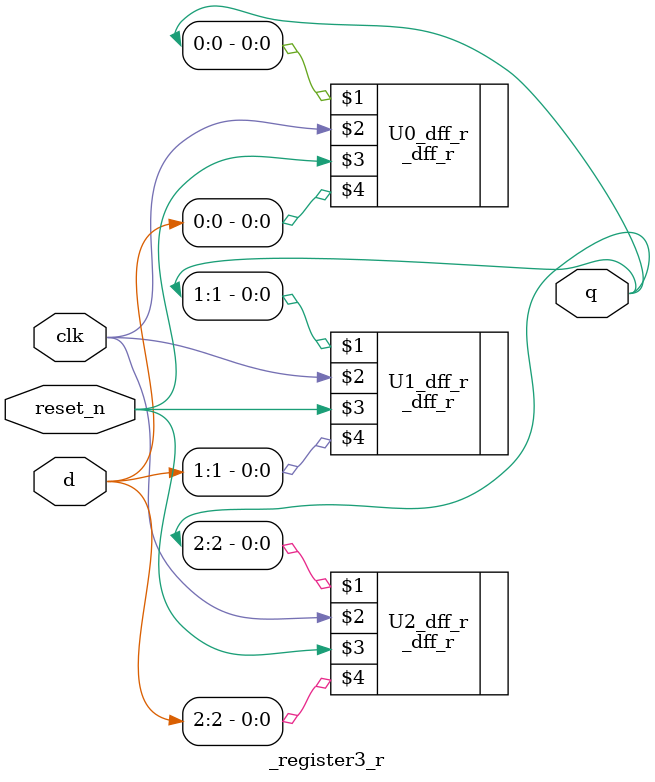
<source format=v>
module _register3_r(q, clk, reset_n, d);
	input clk, reset_n;
	input [2:0] d;
	output [2:0] q;
	
	_dff_r U0_dff_r(q[0], clk, reset_n, d[0]);		//first bit D FF
	_dff_r U1_dff_r(q[1], clk, reset_n, d[1]);
	_dff_r U2_dff_r(q[2], clk, reset_n, d[2]);
	
endmodule

</source>
